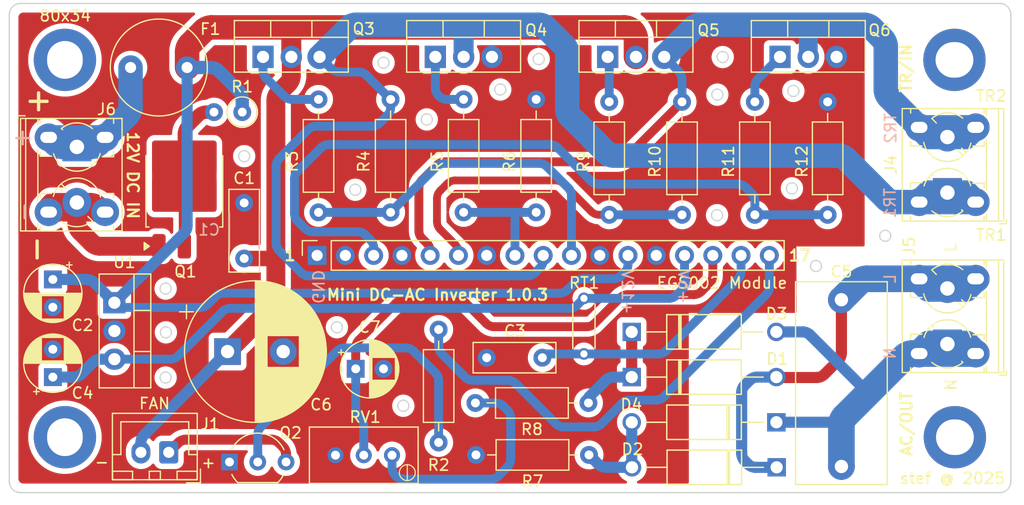
<source format=kicad_pcb>
(kicad_pcb (version 20240108) (generator "pcbnew") (generator_version "8.0")
  (title_block (title "Mini DC-AC Inverter") (date "2025-02-25") (rev "1.0.3") (comment 1 "Thanks to Ammar for the basics"))
  (layers (0 "F.Cu" signal) (31 "B.Cu" signal) (34 "B.Paste" user) (35 "F.Paste" user) (36 "B.SilkS" user "B.Silkscreen") (37 "F.SilkS" user "F.Silkscreen") (38 "B.Mask" user) (39 "F.Mask" user) (44 "Edge.Cuts" user))
  (net 0 "")
  (net 1 "GND")
  (net 2 "+12V")
  (net 3 "Net-(J2-Pin_16)")
  (net 4 "+5V")
  (net 5 "N")
  (net 6 "L")
  (net 7 "VFB")
  (net 8 "Net-(D2-PadA)")
  (net 9 "Net-(D1-PadC)")
  (net 10 "Net-(Q2-C)")
  (net 11 "2LO")
  (net 12 "Net-(J2-Pin_17)")
  (net 13 "2HO")
  (net 14 "1HO")
  (net 15 "TR2")
  (net 16 "TR1")
  (net 17 "Net-(J6-Pin_2)")
  (net 18 "Net-(Q1-G)")
  (net 19 "Net-(Q2-B)")
  (net 20 "Net-(Q3-G)")
  (net 21 "Net-(Q4-G)")
  (net 22 "Net-(Q5-G)")
  (net 23 "Net-(Q6-G)")
  (net 24 "Net-(R8-Pad2)")
  (net 25 "1LO")
  (net 26 "Net-(J6-Pin_1)")
  (footprint "Package_TO_SOT_THT:TO-220-3_Vertical" (layer "F.Cu") (at 163.52 71.7405)
    (property "Reference" "Q6")
    (property "Value" "IRF3205")
  )
  (footprint "Package_TO_SOT_SMD:TO-252-3_TabPin2" (layer "F.Cu") (at 109.988 83.733 90)
    (property "Reference" "Q1")
    (property "Value" "RM10N100LDV-T")
  )
  (footprint "External Libraries:FR207G" (layer "F.Cu") (at 156.718 108.6612 180)
    (property "Reference" "D2")
    (property "Value" "FR207G" (hide yes))
  )
  (footprint "Resistor_THT:R_Axial_DIN0207_L6.3mm_D2.5mm_P10.16mm_Horizontal" (layer "F.Cu") (at 128.524 85.725 90)
    (property "Reference" "R4")
    (property "Value" "10K")
  )
  (footprint "Resistor_THT:R_Axial_DIN0207_L6.3mm_D2.5mm_P10.16mm_Horizontal" (layer "F.Cu") (at 141.605 85.725 90)
    (property "Reference" "R6")
    (property "Value" "10K")
  )
  (footprint "Fuse:Fuse_Littelfuse_372_D8.50mm" (layer "F.Cu") (at 105.156 72.6948)
    (property "Reference" "F1")
    (property "Value" "5A")
  )
  (footprint "Resistor_THT:R_Axial_DIN0207_L6.3mm_D2.5mm_P10.16mm_Horizontal" (layer "F.Cu") (at 132.842 96.266 -90)
    (property "Reference" "R2")
    (property "Value" "1K")
  )
  (footprint "Resistor_THT:R_Axial_DIN0207_L6.3mm_D2.5mm_P10.16mm_Horizontal" (layer "F.Cu") (at 135.085714 85.725 90)
    (property "Reference" "R5")
    (property "Value" "10R")
  )
  (footprint "External Libraries:FR207G" (layer "F.Cu") (at 156.690035 100.5432)
    (property "Reference" "D1")
    (property "Value" "FR207G" (hide yes))
  )
  (footprint "Capacitor_THT:C_Rect_L7.2mm_W2.5mm_P5.00mm_FKS2_FKP2_MKS2_MKP2" (layer "F.Cu") (at 115.3668 89.876 90)
    (property "Reference" "C1")
    (property "Value" "0.1uF")
  )
  (footprint "Connector_JST:JST_XH_B2B-XH-A_1x02_P2.50mm_Vertical" (layer "F.Cu") (at 108.585 107.315 180)
    (property "Reference" "J1")
    (property "Value" "Fan")
  )
  (footprint "Package_TO_SOT_THT:TO-220-3_Vertical" (layer "F.Cu") (at 117.06 71.7405)
    (property "Reference" "Q3")
    (property "Value" "IRF3205")
  )
  (footprint "Connector_PinSocket_2.54mm:PinSocket_1x17_P2.54mm_Vertical" (layer "F.Cu") (at 121.92 89.6 90)
    (property "Reference" "J2" (hide yes))
    (property "Value" "EGS002 MODULE")
  )
  (footprint "External Libraries:FR207G" (layer "F.Cu") (at 156.695 104.6072 180)
    (property "Reference" "D4")
    (property "Value" "FR207G" (hide yes))
  )
  (footprint "Resistor_THT:R_Axial_DIN0207_L6.3mm_D2.5mm_P10.16mm_Horizontal" (layer "F.Cu") (at 146.3548 107.5436 180)
    (property "Reference" "R7")
    (property "Value" "100K")
  )
  (footprint "External Libraries:TerminalBlock_Phoenix_PT-1,5-2-5.0-H_1x02_P5.00mm_Horizontal_faston" (layer "F.Cu") (at 178.562 97.571246 90)
    (property "Reference" "J5")
    (property "Value" "AC/OUT")
  )
  (footprint "Resistor_THT:R_Axial_DIN0207_L6.3mm_D2.5mm_P10.16mm_Horizontal" (layer "F.Cu") (at 161.257142 75.7855 -90)
    (property "Reference" "R11")
    (property "Value" "10R")
  )
  (footprint "Resistor_THT:R_Axial_DIN0207_L6.3mm_D2.5mm_P10.16mm_Horizontal" (layer "F.Cu") (at 122.047 85.725 90)
    (property "Reference" "R3")
    (property "Value" "10R")
  )
  (footprint "MountingHole:MountingHole_3.2mm_M3_DIN965_Pad_TopBottom" (layer "F.Cu") (at 99.256984 72.009)
    (property "Reference" "H1")
    (property "Value" "MountingHole")
  )
  (footprint "Capacitor_THT:CP_Radial_D5.0mm_P2.50mm" (layer "F.Cu") (at 98.171 100.544 90)
    (property "Reference" "C4")
    (property "Value" "47uF 10V")
  )
  (footprint "Package_TO_SOT_THT:TO-92_Inline_Wide" (layer "F.Cu") (at 114.046 108.183)
    (property "Reference" "Q2")
    (property "Value" "S8050")
  )
  (footprint "Capacitor_THT:C_Rect_L18.0mm_W8.0mm_P15.00mm_FKS3_FKP3" (layer "F.Cu") (at 169.037 93.585 -90)
    (property "Reference" "C5")
    (property "Value" "2.2uF")
  )
  (footprint "Resistor_THT:R_Axial_DIN0207_L6.3mm_D2.5mm_P10.16mm_Horizontal" (layer "F.Cu") (at 146.304 102.87 180)
    (property "Reference" "R8")
    (property "Value" "100K")
  )
  (footprint "Package_TO_SOT_THT:TO-220-3_Vertical" (layer "F.Cu") (at 103.703 93.853 -90)
    (property "Reference" "U1")
    (property "Value" "LM7805_TO220")
  )
  (footprint "Package_TO_SOT_THT:TO-220-3_Vertical" (layer "F.Cu") (at 148.033332 71.7405)
    (property "Reference" "Q5")
    (property "Value" "IRF3205")
  )
  (footprint "Capacitor_THT:CP_Radial_D5.0mm_P2.50mm" (layer "F.Cu") (at 98.171 91.76 -90)
    (property "Reference" "C2")
    (property "Value" "10uF 16V")
  )
  (footprint "External Libraries:TerminalBlock_Phoenix_PT-1,5-2-5.0-H_1x02_P5.00mm_Horizontal_faston" (layer "F.Cu") (at 178.562 83.947 90)
    (property "Reference" "J4")
    (property "Value" "TR/IN")
  )
  (footprint "Resistor_THT:R_Axial_DIN0207_L6.3mm_D2.5mm_P10.16mm_Horizontal" (layer "F.Cu") (at 148.171428 75.7855 -90)
    (property "Reference" "R9")
    (property "Value" "10R")
  )
  (footprint "MountingHole:MountingHole_3.2mm_M3_DIN965_Pad_TopBottom" (layer "F.Cu") (at 179.197 72.009)
    (property "Reference" "H1")
    (property "Value" "MountingHole")
  )
  (footprint "External Libraries:FR207G" (layer "F.Cu") (at 156.690035 96.4792)
    (property "Reference" "D3")
    (property "Value" "FR207G" (hide yes))
  )
  (footprint "Package_TO_SOT_THT:TO-220-3_Vertical" (layer "F.Cu") (at 132.546666 71.7405)
    (property "Reference" "Q4")
    (property "Value" "IRF3205")
  )
  (footprint "Capacitor_THT:CP_Radial_D12.5mm_P5.00mm" (layer "F.Cu") (at 113.872 98.2472)
    (property "Reference" "C6")
    (property "Value" "2200uF 16V")
  )
  (footprint "External Libraries:TerminalBlock_Phoenix_PT-1,5-2-5.0-H_1x02_P5.00mm_Horizontal_faston" (layer "F.Cu") (at 100.33 79.836 -90)
    (property "Reference" "J6")
    (property "Value" "DC IN")
  )
  (footprint "Capacitor_THT:CP_Radial_D5.0mm_P2.50mm" (layer "F.Cu") (at 125.389 99.8)
    (property "Reference" "C7")
    (property "Value" "10uF 10V")
  )
  (footprint "External Libraries:THERM_NXRT15WB333JA3A016" (layer "F.Cu") (at 145.8976 95.9612 -90)
    (property "Reference" "RT1")
    (property "Value" "10K")
  )
  (footprint "Capacitor_THT:C_Rect_L7.2mm_W2.5mm_P5.00mm_FKS2_FKP2_MKS2_MKP2" (layer "F.Cu") (at 142.16 98.8 180)
    (property "Reference" "C3")
    (property "Value" "0.1uF")
  )
  (footprint "Resistor_THT:R_Axial_DIN0207_L6.3mm_D2.5mm_P10.16mm_Horizontal" (layer "F.Cu") (at 167.8 75.7855 -90)
    (property "Reference" "R12")
    (property "Value" "10K")
  )
  (footprint "Resistor_THT:R_Axial_DIN0207_L6.3mm_D2.5mm_P2.54mm_Vertical" (layer "F.Cu") (at 115.1926 76.708 180)
    (property "Reference" "R1")
    (property "Value" "1K")
  )
  (footprint "Resistor_THT:R_Axial_DIN0207_L6.3mm_D2.5mm_P10.16mm_Horizontal" (layer "F.Cu") (at 154.714285 75.7855 -90)
    (property "Reference" "R10")
    (property "Value" "10K")
  )
  (footprint "Potentiometer_THT:Potentiometer_Bourns_3296W_Vertical" (layer "F.Cu") (at 128.651 107.569)
    (property "Reference" "RV1")
    (property "Value" "10K")
  )
  (footprint "MountingHole:MountingHole_3.2mm_M3_DIN965_Pad_TopBottom" (layer "F.Cu") (at 99.256984 105.951)
    (property "Reference" "H1")
    (property "Value" "MountingHole")
  )
  (footprint "MountingHole:MountingHole_3.2mm_M3_DIN965_Pad_TopBottom" (layer "F.Cu") (at 179.237 105.951)
    (property "Reference" "H1")
    (property "Value" "MountingHole")
  )
  (gr_line (start 116.713 85.7885) (end 116.713 88.9635) (stroke (width 0.12)) (layer "B.SilkS"))
  (gr_line (start 114.046 85.7885) (end 114.046 88.9635) (stroke (width 0.12)) (layer "B.SilkS"))
  (gr_circle (center 123.698 96.0628) (end 124.198 96.0628) (stroke (width 0.12)) (fill none) (layer "Edge.Cuts"))
  (gr_circle (center 157.861 85.979) (end 158.361 85.979) (stroke (width 0.12)) (fill none) (layer "Edge.Cuts"))
  (gr_circle (center 138.3792 74.676) (end 138.3792 74.176) (stroke (width 0.12)) (fill none) (layer "Edge.Cuts"))
  (gr_circle (center 131.7752 77.3684) (end 131.7752 76.8684) (stroke (width 0.12)) (fill none) (layer "Edge.Cuts"))
  (gr_circle (center 166.751 90.551) (end 167.251 90.551) (stroke (width 0.12)) (fill none) (layer "Edge.Cuts"))
  (gr_line (start 95.261 66.935) (end 183.261 66.935) (stroke (width 0.12)) (layer "Edge.Cuts"))
  (gr_arc (start 95.261 110.935) (mid 94.553893 110.642107) (end 94.261 109.935) (stroke (width 0.12)) (layer "Edge.Cuts"))
  (gr_circle (center 129.667 103.124) (end 130.167 103.124) (stroke (width 0.12)) (fill none) (layer "Edge.Cuts"))
  (gr_circle (center 164.719 74.803) (end 164.719 74.303) (stroke (width 0.12)) (fill none) (layer "Edge.Cuts"))
  (gr_circle (center 141.8336 71.9328) (end 141.8336 71.4328) (stroke (width 0.12)) (fill none) (layer "Edge.Cuts"))
  (gr_circle (center 164.592 83.566) (end 164.592 83.066) (stroke (width 0.12)) (fill none) (layer "Edge.Cuts"))
  (gr_line (start 184.261 67.935) (end 184.261 109.935) (stroke (width 0.12)) (layer "Edge.Cuts"))
  (gr_line (start 183.261 110.935) (end 95.261 110.935) (stroke (width 0.12)) (layer "Edge.Cuts"))
  (gr_arc (start 184.261 109.935) (mid 183.968106 110.642106) (end 183.261 110.935) (stroke (width 0.12)) (layer "Edge.Cuts"))
  (gr_circle (center 108.331 96.52) (end 108.831 96.52) (stroke (width 0.12)) (fill none) (layer "Edge.Cuts"))
  (gr_circle (center 108.3056 92.583) (end 108.8056 92.583) (stroke (width 0.12)) (fill none) (layer "Edge.Cuts"))
  (gr_circle (center 108.3056 100.584) (end 108.8056 100.584) (stroke (width 0.12)) (fill none) (layer "Edge.Cuts"))
  (gr_circle (center 172.974 87.8332) (end 173.474 87.8332) (stroke (width 0.12)) (fill none) (layer "Edge.Cuts"))
  (gr_circle (center 115.3668 80.6704) (end 115.8668 80.6704) (stroke (width 0.12)) (fill none) (layer "Edge.Cuts"))
  (gr_circle (center 158.369 71.755) (end 158.369 71.255) (stroke (width 0.12)) (fill none) (layer "Edge.Cuts"))
  (gr_arc (start 183.261 66.935) (mid 183.968106 67.227894) (end 184.261 67.935) (stroke (width 0.12)) (layer "Edge.Cuts"))
  (gr_arc (start 94.261 67.935) (mid 94.553893 67.227893) (end 95.261 66.935) (stroke (width 0.12)) (layer "Edge.Cuts"))
  (gr_line (start 94.261 109.935) (end 94.261 67.935) (stroke (width 0.12)) (layer "Edge.Cuts"))
  (gr_circle (center 157.8864 75.1332) (end 157.8864 74.6332) (stroke (width 0.12)) (fill none) (layer "Edge.Cuts"))
  (gr_circle (center 127.889 72.263) (end 127.889 71.763) (stroke (width 0.12)) (fill none) (layer "Edge.Cuts"))
  (gr_circle (center 125.349 83.693) (end 125.349 83.193) (stroke (width 0.12)) (fill none) (layer "Edge.Cuts"))
  (gr_text "-" (at 94.869 86.741 -90) (layer "B.SilkS") (effects (font (size 1.5 1.5) (thickness 0.2) (bold yes)) (justify left bottom mirror)))
  (gr_text "TR2" (at 174.0408 76.708 90) (layer "B.SilkS") (effects (font (size 1 1)) (justify left bottom mirror)))
  (gr_text "TR1" (at 173.99 83.439 90) (layer "B.SilkS") (effects (font (size 1 1)) (justify left bottom mirror)))
  (gr_text "L" (at 173.99 91.186 90) (layer "B.SilkS") (effects (font (size 1 1)) (justify left bottom mirror)))
  (gr_text "+12V" (at 149.225 94.996 270) (layer "B.SilkS") (effects (font (size 1 1)) (justify left bottom mirror)))
  (gr_text "GND" (at 121.412 94.043619 270) (layer "B.SilkS") (effects (font (size 1 1)) (justify left bottom mirror)))
  (gr_text "+" (at 96.52 79.8068 0) (layer "B.SilkS") (effects (font (size 1.5 1.5) (thickness 0.2) (bold yes)) (justify left bottom mirror)))
  (gr_text "N" (at 173.99 97.79 90) (layer "B.SilkS") (effects (font (size 1 1)) (justify left bottom mirror)))
  (gr_text "+5V" (at 154.305 94.043619 270) (layer "B.SilkS") (effects (font (size 1 1)) (justify left bottom mirror)))
  (gr_text "C1" (at 113.284 87.884 0) (layer "B.SilkS") (effects (font (size 1 1)) (justify left bottom mirror)))
  (gr_text "-" (at 101.854 108.7628 0) (layer "F.SilkS") (effects (font (size 1 1)) (justify left bottom)))
  (gr_text "stef @ 2025" (at 174.1932 110.236 0) (layer "F.SilkS") (effects (font (size 1 1)) (justify left bottom)))
  (gr_text "80x34" (at 96.8756 68.6308 0) (layer "F.SilkS") (effects (font (size 1 1)) (justify left bottom)))
  (gr_text "Mini DC-AC Inverter 1.0.3" (at 122.682 93.726 0) (layer "F.SilkS") (effects (font (size 1 1) (thickness 0.2)) (justify left bottom)))
  (gr_text "TR/IN" (at 175.4124 75.057 90) (layer "F.SilkS") (effects (font (size 1 1) (thickness 0.2)) (justify left bottom)))
  (gr_text "AC/OUT" (at 175.4632 107.7468 90) (layer "F.SilkS") (effects (font (size 1 1) (thickness 0.2)) (justify left bottom)))
  (gr_text "1" (at 118.872 90.17 0) (layer "F.SilkS") (effects (font (size 1 1) (thickness 0.2) (bold yes)) (justify left bottom)))
  (gr_text "17" (at 164.2 90.2 0) (layer "F.SilkS") (effects (font (size 1 1) (thickness 0.2) (bold yes)) (justify left bottom)))
  (gr_text "N" (at 179.4764 101.854 90) (layer "F.SilkS") (effects (font (size 1 1)) (justify left bottom)))
  (gr_text "TR1" (at 181.0512 88.3412 0) (layer "F.SilkS") (effects (font (size 1 1)) (justify left bottom)))
  (gr_text "+" (at 95.4532 76.7588 0) (layer "F.SilkS") (effects (font (size 2 2) (thickness 0.3)) (justify left bottom)))
  (gr_text "-" (at 95.737795 87.63 270) (layer "F.SilkS") (effects (font (size 2 2) (thickness 0.3)) (justify left bottom)))
  (gr_text "+" (at 111.435 108.815 0) (layer "F.SilkS") (effects (font (size 1 1)) (justify left bottom)))
  (gr_text "12V DC IN" (at 104.775 78.359 270) (layer "F.SilkS") (effects (font (size 1 1) (thickness 0.2)) (justify left bottom)))
  (gr_text "TR2" (at 181.0512 75.8444 0) (layer "F.SilkS") (effects (font (size 1 1)) (justify left bottom)))
  (gr_text "L" (at 179.4256 89.408 90) (layer "F.SilkS") (effects (font (size 1 1)) (justify left bottom)))
  (gr_text "EGS002 Module" (at 152.3492 92.6592 0) (layer "F.SilkS") (effects (font (size 1 1)) (justify left bottom)))
  (gr_text "FAN" (at 105.829048 103.505 0) (layer "F.SilkS") (effects (font (size 1 1)) (justify left bottom)))
  (segment (start 149.519118 69.088) (end 112.428214 69.088) (width 2.2) (layer "F.Cu") (net 2))
  (segment (start 118.1716 89.876) (end 115.3668 89.876) (width 1.4) (layer "F.Cu") (net 2))
  (segment (start 118.2116 89.916) (end 118.2116 93.493386) (width 1.7) (layer "F.Cu") (net 2))
  (segment (start 150.573332 71.7405) (end 150.573332 70.142214) (width 2.2) (layer "F.Cu") (net 2))
  (segment (start 117.918707 94.200493) (end 113.872 98.2472) (width 1.7) (layer "F.Cu") (net 2))
  (segment (start 119.6 71.7405) (end 119.6 73.432186) (width 1.7) (layer "F.Cu") (net 2))
  (segment (start 111.721107 69.380893) (end 110.528893 70.573107) (width 2.2) (layer "F.Cu") (net 2))
  (segment (start 110.236 71.280214) (end 110.236 72.6948) (width 2.2) (layer "F.Cu") (net 2))
  (segment (start 118.2116 75.649014) (end 118.2116 89.916) (width 1.7) (layer "F.Cu") (net 2))
  (segment (start 118.2116 89.916) (end 118.1716 89.876) (width 1.4) (layer "F.Cu") (net 2))
  (segment (start 119.307107 74.139293) (end 118.504493 74.941907) (width 1.7) (layer "F.Cu") (net 2))
  (segment (start 150.280439 69.435107) (end 150.226225 69.380893) (width 2.2) (layer "F.Cu") (net 2))
  (segment (start 119.6 68.9555) (end 119.6 71.7405) (width 1.8) (layer "F.Cu") (net 2))
  (arc (start 150.280439 69.435107) (mid 150.497212 69.75953) (end 150.573332 70.142214) (width 2.2) (layer "F.Cu") (net 2))
  (arc (start 119.307107 74.139293) (mid 119.52388 73.81487) (end 119.6 73.432186) (width 1.7) (layer "F.Cu") (net 2))
  (arc (start 118.2116 75.649014) (mid 118.28772 75.266331) (end 118.504493 74.941907) (width 1.7) (layer "F.Cu") (net 2))
  (arc (start 110.528893 70.573107) (mid 110.31212 70.89753) (end 110.236 71.280214) (width 2.2) (layer "F.Cu") (net 2))
  (arc (start 149.519118 69.088) (mid 149.901801 69.16412) (end 150.226225 69.380893) (width 2.2) (layer "F.Cu") (net 2))
  (arc (start 111.721107 69.380893) (mid 112.04553 69.16412) (end 112.428214 69.088) (width 2.2) (layer "F.Cu") (net 2))
  (arc (start 117.918707 94.200493) (mid 118.13548 93.87607) (end 118.2116 93.493386) (width 1.7) (layer "F.Cu") (net 2))
  (segment (start 110.236 72.6948) (end 110.236 86.905786) (width 1) (layer "B.Cu") (net 2))
  (segment (start 110.236 72.6948) (end 112.361786 72.6948) (width 1.2) (layer "B.Cu") (net 2))
  (segment (start 101.195786 91.76) (end 98.171 91.76) (width 1) (layer "B.Cu") (net 2))
  (segment (start 149.263893 91.401107) (end 149.567107 91.097893) (width 0.8) (layer "B.Cu") (net 2))
  (segment (start 112.101402 93.986384) (end 112.799684 93.288102) (width 0.8) (layer "B.Cu") (net 2))
  (segment (start 144.406684 92.702316) (end 145.122107 91.986893) (width 0.8) (layer "B.Cu") (net 2))
  (segment (start 106.377893 105.741307) (end 113.618 98.5012) (width 1) (layer "B.Cu") (net 2))
  (segment (start 113.506791 92.995209) (end 143.699577 92.995209) (width 0.8) (layer "B.Cu") (net 2))
  (segment (start 145.829214 91.694) (end 148.556786 91.694) (width 0.8) (layer "B.Cu") (net 2))
  (segment (start 103.703 93.853) (end 101.902893 92.052893) (width 1) (layer "B.Cu") (net 2))
  (segment (start 104.129277 94.279277) (end 111.394295 94.279277) (width 0.8) (layer "B.Cu") (net 2))
  (segment (start 149.86 90.390786) (end 149.86 89.6) (width 0.8) (layer "B.Cu") (net 2))
  (segment (start 113.068893 72.987693) (end 114.899707 74.818507) (width 1.2) (layer "B.Cu") (net 2))
  (segment (start 106.085 107.315) (end 106.085 106.448414) (width 1) (layer "B.Cu") (net 2))
  (segment (start 115.1926 75.525614) (end 115.1926 76.708) (width 1.2) (layer "B.Cu") (net 2))
  (segment (start 109.943107 87.612893) (end 103.703 93.853) (width 1) (layer "B.Cu") (net 2))
  (arc (start 149.567107 91.097893) (mid 149.78388 90.77347) (end 149.86 90.390786) (width 0.8) (layer "B.Cu") (net 2))
  (arc (start 109.943107 87.612893) (mid 110.15988 87.28847) (end 110.236 86.905786) (width 1) (layer "B.Cu") (net 2))
  (arc (start 106.377893 105.741307) (mid 106.16112 106.06573) (end 106.085 106.448414) (width 1) (layer "B.Cu") (net 2))
  (arc (start 143.699577 92.995209) (mid 144.08226 92.919089) (end 144.406684 92.702316) (width 0.8) (layer "B.Cu") (net 2))
  (arc (start 149.263893 91.401107) (mid 148.93947 91.61788) (end 148.556786 91.694) (width 0.8) (layer "B.Cu") (net 2))
  (arc (start 111.394295 94.279277) (mid 111.776978 94.203157) (end 112.101402 93.986384) (width 0.8) (layer "B.Cu") (net 2))
  (arc (start 145.829214 91.694) (mid 145.446531 91.77012) (end 145.122107 91.986893) (width 0.8) (layer "B.Cu") (net 2))
  (arc (start 112.361786 72.6948) (mid 112.744469 72.77092) (end 113.068893 72.987693) (width 1.2) (layer "B.Cu") (net 2))
  (arc (start 101.195786 91.76) (mid 101.578469 91.83612) (end 101.902893 92.052893) (width 1) (layer "B.Cu") (net 2))
  (arc (start 113.506791 92.995209) (mid 113.124108 93.071329) (end 112.799684 93.288102) (width 0.8) (layer "B.Cu") (net 2))
  (arc (start 114.899707 74.818507) (mid 115.11648 75.14293) (end 115.1926 75.525614) (width 1.2) (layer "B.Cu") (net 2))
  (segment (start 142.4988 98.4612) (end 145.8976 98.4612) (width 0.8) (layer "B.Cu") (net 3))
  (segment (start 153.291693 98.168307) (end 159.727107 91.732893) (width 0.8) (layer "B.Cu") (net 3))
  (segment (start 145.8976 98.4612) (end 152.584586 98.4612) (width 0.8) (layer "B.Cu") (net 3))
  (segment (start 160.02 91.025786) (end 160.02 89.6) (width 0.8) (layer "B.Cu") (net 3))
  (arc (start 153.291693 98.168307) (mid 152.96727 98.38508) (end 152.584586 98.4612) (width 0.8) (layer "B.Cu") (net 3))
  (arc (start 160.02 91.025786) (mid 159.94388 91.408469) (end 159.727107 91.732893) (width 0.8) (layer "B.Cu") (net 3))
  (segment (start 153.520586 93.4612) (end 145.8976 93.4612) (width 0.8) (layer "B.Cu") (net 4))
  (segment (start 154.94 89.6) (end 154.94 92.041786) (width 0.8) (layer "B.Cu") (net 4))
  (segment (start 100.041786 100.544) (end 98.171 100.544) (width 1) (layer "B.Cu") (net 4))
  (segment (start 145.290693 94.068107) (end 145.8976 93.4612) (width 0.8) (layer "B.Cu") (net 4))
  (segment (start 103.703 98.933) (end 108.729586 98.933) (width 0.8) (layer "B.Cu") (net 4))
  (segment (start 154.647107 92.748893) (end 154.227693 93.168307) (width 0.8) (layer "B.Cu") (net 4))
  (segment (start 103.703 98.933) (end 102.481214 98.933) (width 1) (layer "B.Cu") (net 4))
  (segment (start 109.436693 98.640107) (end 113.422907 94.653893) (width 0.8) (layer "B.Cu") (net 4))
  (segment (start 114.130014 94.361) (end 144.583586 94.361) (width 0.8) (layer "B.Cu") (net 4))
  (segment (start 101.774107 99.225893) (end 100.748893 100.251107) (width 1) (layer "B.Cu") (net 4))
  (arc (start 108.729586 98.933) (mid 109.112269 98.85688) (end 109.436693 98.640107) (width 0.8) (layer "B.Cu") (net 4))
  (arc (start 113.422907 94.653893) (mid 113.74733 94.43712) (end 114.130014 94.361) (width 0.8) (layer "B.Cu") (net 4))
  (arc (start 145.290693 94.068107) (mid 144.96627 94.28488) (end 144.583586 94.361) (width 0.8) (layer "B.Cu") (net 4))
  (arc (start 102.481214 98.933) (mid 102.098531 99.00912) (end 101.774107 99.225893) (width 1) (layer "B.Cu") (net 4))
  (arc (start 154.647107 92.748893) (mid 154.86388 92.42447) (end 154.94 92.041786) (width 0.8) (layer "B.Cu") (net 4))
  (arc (start 153.520586 93.4612) (mid 153.903269 93.38508) (end 154.227693 93.168307) (width 0.8) (layer "B.Cu") (net 4))
  (arc (start 100.041786 100.544) (mid 100.424469 100.46788) (end 100.748893 100.251107) (width 1) (layer "B.Cu") (net 4))
  (segment (start 166.241093 96.772093) (end 171.45 101.981) (width 1) (layer "B.Cu") (net 5))
  (segment (start 176.022 98.425) (end 181.102 98.425) (width 2.4) (layer "B.Cu") (net 5))
  (segment (start 178.562 97.571246) (end 180.248246 97.571246) (width 2.4) (layer "B.Cu") (net 5))
  (segment (start 174.713107 98.717893) (end 169.329893 104.101107) (width 2.4) (layer "B.Cu") (net 5))
  (segment (start 180.248246 97.571246) (end 181.102 98.425) (width 2.4) (layer "B.Cu") (net 5))
  (segment (start 163.190684 96.479849) (end 165.612637 96.479849) (width 1) (layer "B.Cu") (net 5))
  (segment (start 176.022 98.425) (end 175.420214 98.425) (width 2.4) (layer "B.Cu") (net 5))
  (segment (start 178.562 97.571246) (end 176.875754 97.571246) (width 2.4) (layer "B.Cu") (net 5))
  (segment (start 169.2302 104.6072) (end 163.195 104.6072) (width 1) (layer "B.Cu") (net 5))
  (segment (start 176.875754 97.571246) (end 176.022 98.425) (width 2.4) (layer "B.Cu") (net 5))
  (segment (start 169.037 104.808214) (end 169.037 108.585) (width 2.4) (layer "B.Cu") (net 5))
  (arc (start 175.420214 98.425) (mid 175.037531 98.50112) (end 174.713107 98.717893) (width 2.4) (layer "B.Cu") (net 5))
  (arc (start 165.612637 96.479849) (mid 165.952645 96.571061) (end 166.241093 96.772093) (width 1) (layer "B.Cu") (net 5))
  (arc (start 169.329893 104.101107) (mid 169.11312 104.425531) (end 169.037 104.808214) (width 2.4) (layer "B.Cu") (net 5))
  (segment (start 168.744107 99.055893) (end 167.508893 100.291107) (width 1) (layer "F.Cu") (net 6))
  (segment (start 169.037 93.585) (end 169.037 98.348786) (width 1) (layer "F.Cu") (net 6))
  (segment (start 166.801786 100.584) (end 163.230835 100.584) (width 1) (layer "F.Cu") (net 6))
  (arc (start 167.508893 100.291107) (mid 167.18447 100.50788) (end 166.801786 100.584) (width 1) (layer "F.Cu") (net 6))
  (arc (start 169.037 98.348786) (mid 168.96088 98.73147) (end 168.744107 99.055893) (width 1) (layer "F.Cu") (net 6))
  (segment (start 178.562 92.571246) (end 180.234106 92.571246) (width 2.4) (layer "B.Cu") (net 6))
  (segment (start 180.234106 92.571246) (end 181.102 91.703352) (width 2.4) (layer "B.Cu") (net 6))
  (segment (start 176.889894 92.571246) (end 176.022 91.703352) (width 2.4) (layer "B.Cu") (net 6))
  (segment (start 163.190035 100.5432) (end 161.491014 100.5432) (width 1) (layer "B.Cu") (net 6))
  (segment (start 176.022 91.703352) (end 171.332862 91.703352) (width 2.4) (layer "B.Cu") (net 6))
  (segment (start 160.363693 108.090493) (end 160.641507 108.368307) (width 1) (layer "B.Cu") (net 6))
  (segment (start 160.783907 100.836093) (end 160.363693 101.256307) (width 1) (layer "B.Cu") (net 6))
  (segment (start 178.562 92.571246) (end 176.889894 92.571246) (width 2.4) (layer "B.Cu") (net 6))
  (segment (start 161.348614 108.6612) (end 163.218 108.6612) (width 1) (layer "B.Cu") (net 6))
  (segment (start 170.625755 91.996245) (end 169.037 93.585) (width 2.4) (layer "B.Cu") (net 6))
  (segment (start 160.0708 101.963414) (end 160.0708 107.383386) (width 1) (layer "B.Cu") (net 6))
  (segment (start 176.022 91.703352) (end 181.102 91.703352) (width 2.4) (layer "B.Cu") (net 6))
  (arc (start 160.783907 100.836093) (mid 161.10833 100.61932) (end 161.491014 100.5432) (width 1) (layer "B.Cu") (net 6))
  (arc (start 160.641507 108.368307) (mid 160.96593 108.58508) (end 161.348614 108.6612) (width 1) (layer "B.Cu") (net 6))
  (arc (start 160.0708 107.383386) (mid 160.14692 107.766069) (end 160.363693 108.090493) (width 1) (layer "B.Cu") (net 6))
  (arc (start 160.363693 101.256307) (mid 160.14692 101.58073) (end 160.0708 101.963414) (width 1) (layer "B.Cu") (net 6))
  (arc (start 170.625755 91.996245) (mid 170.950178 91.779472) (end 171.332862 91.703352) (width 2.4) (layer "B.Cu") (net 6))
  (segment (start 157.48 89.6) (end 157.48 91.406786) (width 0.8) (layer "F.Cu") (net 7))
  (segment (start 137.121107 95.719107) (end 135.293893 93.891893) (width 0.8) (layer "F.Cu") (net 7))
  (segment (start 149.155107 93.414893) (end 146.850893 95.719107) (width 0.8) (layer "F.Cu") (net 7))
  (segment (start 157.187107 92.113893) (end 156.471893 92.829107) (width 0.8) (layer "F.Cu") (net 7))
  (segment (start 146.143786 96.012) (end 137.828214 96.012) (width 0.8) (layer "F.Cu") (net 7))
  (segment (start 155.764786 93.122) (end 149.862214 93.122) (width 0.8) (layer "F.Cu") (net 7))
  (segment (start 128.993107 93.891893) (end 125.681893 97.203107) (width 0.8) (layer "F.Cu") (net 7))
  (segment (start 134.586786 93.599) (end 129.700214 93.599) (width 0.8) (layer "F.Cu") (net 7))
  (segment (start 125.389 97.910214) (end 125.389 99.8) (width 0.8) (layer "F.Cu") (net 7))
  (arc (start 146.850893 95.719107) (mid 146.52647 95.93588) (end 146.143786 96.012) (width 0.8) (layer "F.Cu") (net 7))
  (arc (start 125.389 97.910214) (mid 125.46512 97.527531) (end 125.681893 97.203107) (width 0.8) (layer "F.Cu") (net 7))
  (arc (start 157.187107 92.113893) (mid 157.40388 91.78947) (end 157.48 91.406786) (width 0.8) (layer "F.Cu") (net 7))
  (arc (start 155.764786 93.122) (mid 156.147469 93.04588) (end 156.471893 92.829107) (width 0.8) (layer "F.Cu") (net 7))
  (arc (start 135.293893 93.891893) (mid 134.96947 93.67512) (end 134.586786 93.599) (width 0.8) (layer "F.Cu") (net 7))
  (arc (start 129.700214 93.599) (mid 129.317531 93.67512) (end 128.993107 93.891893) (width 0.8) (layer "F.Cu") (net 7))
  (arc (start 137.121107 95.719107) (mid 137.44553 95.93588) (end 137.828214 96.012) (width 0.8) (layer "F.Cu") (net 7))
  (arc (start 149.862214 93.122) (mid 149.479531 93.19812) (end 149.155107 93.414893) (width 0.8) (layer "F.Cu") (net 7))
  (segment (start 126.111 104.935214) (end 126.111 107.569) (width 0.8) (layer "B.Cu") (net 7))
  (segment (start 125.389 99.8) (end 125.389 103.384786) (width 0.8) (layer "B.Cu") (net 7))
  (segment (start 125.681893 104.091893) (end 125.818107 104.228107) (width 0.8) (layer "B.Cu") (net 7))
  (arc (start 125.389 103.384786) (mid 125.46512 103.767469) (end 125.681893 104.091893) (width 0.8) (layer "B.Cu") (net 7))
  (arc (start 126.111 104.935214) (mid 126.03488 104.552531) (end 125.818107 104.228107) (width 0.8) (layer "B.Cu") (net 7))
  (segment (start 147.179507 108.368307) (end 146.3548 107.5436) (width 1) (layer "B.Cu") (net 8))
  (segment (start 150.195 104.6072) (end 150.195 108.6382) (width 1) (layer "B.Cu") (net 8))
  (segment (start 150.218 108.6612) (end 147.886614 108.6612) (width 1) (layer "B.Cu") (net 8))
  (arc (start 147.886614 108.6612) (mid 147.503931 108.58508) (end 147.179507 108.368307) (width 1) (layer "B.Cu") (net 8))
  (segment (start 150.190035 100.5432) (end 150.190035 96.4792) (width 1) (layer "F.Cu") (net 9))
  (segment (start 146.3548 102.3366) (end 147.855307 100.836093) (width 1) (layer "B.Cu") (net 9))
  (segment (start 148.562414 100.5432) (end 150.190035 100.5432) (width 1) (layer "B.Cu") (net 9))
  (arc (start 148.562414 100.5432) (mid 148.179731 100.61932) (end 147.855307 100.836093) (width 1) (layer "B.Cu") (net 9))
  (segment (start 108.585 107.315) (end 109.435107 106.464893) (width 0.9) (layer "F.Cu") (net 10))
  (segment (start 119.126 107.500614) (end 119.126 108.183) (width 0.9) (layer "F.Cu") (net 10))
  (segment (start 118.504493 106.464893) (end 118.833107 106.793507) (width 0.9) (layer "F.Cu") (net 10))
  (segment (start 110.142214 106.172) (end 117.797386 106.172) (width 0.9) (layer "F.Cu") (net 10))
  (arc (start 110.142214 106.172) (mid 109.759531 106.24812) (end 109.435107 106.464893) (width 0.9) (layer "F.Cu") (net 10))
  (arc (start 118.504493 106.464893) (mid 118.18007 106.24812) (end 117.797386 106.172) (width 0.9) (layer "F.Cu") (net 10))
  (arc (start 119.126 107.500614) (mid 119.04988 107.117931) (end 118.833107 106.793507) (width 0.9) (layer "F.Cu") (net 10))
  (segment (start 141.605 85.725) (end 135.085714 85.725) (width 0.8) (layer "B.Cu") (net 11))
  (segment (start 139.7 89.6) (end 139.7 85.725) (width 0.8) (layer "B.Cu") (net 11))
  (segment (start 135.216107 100.545107) (end 133.134893 98.463893) (width 0.8) (layer "B.Cu") (net 12))
  (segment (start 139.065 100.838) (end 135.923214 100.838) (width 0.8) (layer "B.Cu") (net 12))
  (segment (start 132.842 97.756786) (end 132.842 96.266) (width 0.8) (layer "B.Cu") (net 12))
  (segment (start 162.56 89.6) (end 162.56 92.422786) (width 0.8) (layer "B.Cu") (net 12))
  (segment (start 143.377321 104.736107) (end 139.772107 101.130893) (width 0.8) (layer "B.Cu") (net 12))
  (segment (start 149.313918 102.908082) (end 147.485893 104.736107) (width 0.8) (layer "B.Cu") (net 12))
  (segment (start 146.778786 105.029) (end 144.084428 105.029) (width 0.8) (layer "B.Cu") (net 12))
  (segment (start 162.267107 93.129893) (end 153.073893 102.323107) (width 0.8) (layer "B.Cu") (net 12))
  (segment (start 152.445424 102.615189) (end 150.021025 102.615189) (width 0.8) (layer "B.Cu") (net 12))
  (arc (start 139.065 100.838) (mid 139.447683 100.91412) (end 139.772107 101.130893) (width 0.8) (layer "B.Cu") (net 12))
  (arc (start 147.485893 104.736107) (mid 147.16147 104.95288) (end 146.778786 105.029) (width 0.8) (layer "B.Cu") (net 12))
  (arc (start 144.084428 105.029) (mid 143.701744 104.95288) (end 143.377321 104.736107) (width 0.8) (layer "B.Cu") (net 12))
  (arc (start 162.56 92.422786) (mid 162.48388 92.80547) (end 162.267107 93.129893) (width 0.8) (layer "B.Cu") (net 12))
  (arc (start 135.923214 100.838) (mid 135.540531 100.76188) (end 135.216107 100.545107) (width 0.8) (layer "B.Cu") (net 12))
  (arc (start 153.073893 102.323107) (mid 152.785445 102.524139) (end 152.445424 102.615189) (width 0.8) (layer "B.Cu") (net 12))
  (arc (start 133.134893 98.463893) (mid 132.91812 98.13947) (end 132.842 97.756786) (width 0.8) (layer "B.Cu") (net 12))
  (arc (start 150.021025 102.615189) (mid 149.638342 102.691309) (end 149.313918 102.908082) (width 0.8) (layer "B.Cu") (net 12))
  (segment (start 132.63859 81.61041) (end 128.524 85.725) (width 0.8) (layer "B.Cu") (net 13))
  (segment (start 144.78 89.6) (end 144.78 84.234214) (width 0.8) (layer "B.Cu") (net 13))
  (segment (start 122.047 85.725) (end 128.524 85.725) (width 0.8) (layer "B.Cu") (net 13))
  (segment (start 141.863303 81.317517) (end 133.345697 81.317517) (width 0.8) (layer "B.Cu") (net 13))
  (segment (start 144.487107 83.527107) (end 142.57041 81.61041) (width 0.8) (layer "B.Cu") (net 13))
  (arc (start 141.863303 81.317517) (mid 142.245986 81.393637) (end 142.57041 81.61041) (width 0.8) (layer "B.Cu") (net 13))
  (arc (start 133.345697 81.317517) (mid 132.963014 81.393637) (end 132.63859 81.61041) (width 0.8) (layer "B.Cu") (net 13))
  (arc (start 144.78 84.234214) (mid 144.70388 83.851531) (end 144.487107 83.527107) (width 0.8) (layer "B.Cu") (net 13))
  (segment (start 148.171428 85.9455) (end 147.268914 85.9455) (width 0.7) (layer "F.Cu") (net 14))
  (segment (start 143.349786 82.8548) (end 134.323014 82.8548) (width 0.7) (layer "F.Cu") (net 14))
  (segment (start 133.615907 83.147693) (end 132.982493 83.781107) (width 0.7) (layer "F.Cu") (net 14))
  (segment (start 132.6896 84.488214) (end 132.6896 86.555386) (width 0.7) (layer "F.Cu") (net 14))
  (segment (start 146.561807 85.652607) (end 144.056893 83.147693) (width 0.7) (layer "F.Cu") (net 14))
  (segment (start 132.982493 87.262493) (end 134.327107 88.607107) (width 0.7) (layer "F.Cu") (net 14))
  (arc (start 146.561807 85.652607) (mid 146.88623 85.86938) (end 147.268914 85.9455) (width 0.7) (layer "F.Cu") (net 14))
  (arc (start 132.6896 84.488214) (mid 132.76572 84.105531) (end 132.982493 83.781107) (width 0.7) (layer "F.Cu") (net 14))
  (arc (start 134.323014 82.8548) (mid 133.940331 82.93092) (end 133.615907 83.147693) (width 0.7) (layer "F.Cu") (net 14))
  (arc (start 132.982493 87.262493) (mid 132.76572 86.93807) (end 132.6896 86.555386) (width 0.7) (layer "F.Cu") (net 14))
  (arc (start 134.327107 88.607107) (mid 134.54388 88.93153) (end 134.62 89.314214) (width 0.7) (layer "F.Cu") (net 14))
  (arc (start 143.349786 82.8548) (mid 143.732469 82.93092) (end 144.056893 83.147693) (width 0.7) (layer "F.Cu") (net 14))
  (segment (start 154.714285 85.9455) (end 148.171428 85.9455) (width 0.8) (layer "B.Cu") (net 14))
  (segment (start 131.064 87.368186) (end 131.064 83.523014) (width 0.8) (layer "F.Cu") (net 15))
  (segment (start 149.614278 80.885507) (end 154.714285 75.7855) (width 0.8) (layer "F.Cu") (net 15))
  (segment (start 131.356893 82.815907) (end 132.701507 81.471293) (width 0.8) (layer "F.Cu") (net 15))
  (segment (start 131.787107 88.505507) (end 131.356893 88.075293) (width 0.8) (layer "F.Cu") (net 15))
  (segment (start 133.408614 81.1784) (end 148.907171 81.1784) (width 0.8) (layer "F.Cu") (net 15))
  (arc (start 131.356893 82.815907) (mid 131.14012 83.14033) (end 131.064 83.523014) (width 0.8) (layer "F.Cu") (net 15))
  (arc (start 131.064 87.368186) (mid 131.14012 87.750869) (end 131.356893 88.075293) (width 0.8) (layer "F.Cu") (net 15))
  (arc (start 132.08 89.212614) (mid 132.00388 88.829931) (end 131.787107 88.505507) (width 0.8) (layer "F.Cu") (net 15))
  (arc (start 148.907171 81.1784) (mid 149.289854 81.10228) (end 149.614278 80.885507) (width 0.8) (layer "F.Cu") (net 15))
  (arc (start 133.408614 81.1784) (mid 133.025931 81.25452) (end 132.701507 81.471293) (width 0.8) (layer "F.Cu") (net 15))
  (segment (start 171.050786 68.849) (end 156.419046 68.849) (width 2.2) (layer "B.Cu") (net 15))
  (segment (start 173.0248 74.667692) (end 173.0248 70.823014) (width 2.2) (layer "B.Cu") (net 15))
  (segment (start 153.113332 71.7405) (end 154.421392 73.04856) (width 0.8) (layer "B.Cu") (net 15))
  (segment (start 178.562 78.947) (end 180.234106 78.947) (width 2.2) (layer "B.Cu") (net 15))
  (segment (start 154.714285 73.755667) (end 154.714285 75.7855) (width 0.8) (layer "B.Cu") (net 15))
  (segment (start 178.562 78.947) (end 176.889894 78.947) (width 2.2) (layer "B.Cu") (net 15))
  (segment (start 180.234106 78.947) (end 181.102 78.079106) (width 2.2) (layer "B.Cu") (net 15))
  (segment (start 155.711939 69.141893) (end 153.113332 71.7405) (width 2.2) (layer "B.Cu") (net 15))
  (segment (start 172.731907 70.115907) (end 171.757893 69.141893) (width 2.2) (layer "B.Cu") (net 15))
  (segment (start 176.889894 78.947) (end 176.022 78.079106) (width 2.2) (layer "B.Cu") (net 15))
  (segment (start 176.022 78.079106) (end 181.102 78.079106) (width 2.2) (layer "B.Cu") (net 15))
  (segment (start 176.022 78.079106) (end 173.317693 75.374799) (width 2.2) (layer "B.Cu") (net 15))
  (segment (start 166.06 69.7405) (end 166.06 71.7405) (width 1.7) (layer "B.Cu") (net 15))
  (arc (start 173.317693 75.374799) (mid 173.10092 75.050376) (end 173.0248 74.667692) (width 2.2) (layer "B.Cu") (net 15))
  (arc (start 173.0248 70.823014) (mid 172.94868 70.44033) (end 172.731907 70.115907) (width 2.2) (layer "B.Cu") (net 15))
  (arc (start 154.421392 73.04856) (mid 154.638165 73.372983) (end 154.714285 73.755667) (width 0.8) (layer "B.Cu") (net 15))
  (arc (start 156.419046 68.849) (mid 156.036362 68.92512) (end 155.711939 69.141893) (width 2.2) (layer "B.Cu") (net 15))
  (arc (start 171.757893 69.141893) (mid 171.43347 68.92512) (end 171.050786 68.849) (width 2.2) (layer "B.Cu") (net 15))
  (segment (start 125.445714 68.849) (end 141.825072 68.849) (width 2.2) (layer "B.Cu") (net 16))
  (segment (start 144.692893 77.128893) (end 147.890707 80.326707) (width 2.2) (layer "B.Cu") (net 16))
  (segment (start 128.231107 77.000893) (end 127.546893 77.685107) (width 0.8) (layer "B.Cu") (net 16))
  (segment (start 178.562 83.947) (end 180.248246 83.947) (width 2.2) (layer "B.Cu") (net 16))
  (segment (start 142.532179 69.141893) (end 144.107107 70.716821) (width 2.2) (layer "B.Cu") (net 16))
  (segment (start 135.086666 71.7405) (end 135.086666 69.708834) (width 1.8) (layer "B.Cu") (net 16))
  (segment (start 121.119107 78.270893) (end 118.529893 80.860107) (width 0.8) (layer "B.Cu") (net 16))
  (segment (start 128.524 75.565) (end 128.524 76.293786) (width 0.8) (layer "B.Cu") (net 16))
  (segment (start 144.4 71.423928) (end 144.4 76.421786) (width 2.2) (layer "B.Cu") (net 16))
  (segment (start 176.875754 83.947) (end 176.022 84.800754) (width 2.2) (layer "B.Cu") (net 16))
  (segment (start 148.597814 80.6196) (end 168.749786 80.6196) (width 2.2) (layer "B.Cu") (net 16))
  (segment (start 118.529893 89.192893) (end 120.484107 91.147107) (width 0.8) (layer "B.Cu") (net 16))
  (segment (start 118.237 81.567214) (end 118.237 88.485786) (width 0.8) (layer "B.Cu") (net 16))
  (segment (start 121.191214 91.44) (end 140.809786 91.44) (width 0.8) (layer "B.Cu") (net 16))
  (segment (start 176.022 84.800754) (end 181.102 84.800754) (width 2.2) (layer "B.Cu") (net 16))
  (segment (start 173.759368 84.800754) (end 176.022 84.800754) (width 2.2) (layer "B.Cu") (net 16))
  (segment (start 126.839786 77.978) (end 121.826214 77.978) (width 0.8) (layer "B.Cu") (net 16))
  (segment (start 180.248246 83.947) (end 181.102 84.800754) (width 2.2) (layer "B.Cu") (net 16))
  (segment (start 128.524 75.565) (end 126.353093 73.394093) (width 0.8) (layer "B.Cu") (net 16))
  (segment (start 122.14 71.7405) (end 124.738607 69.141893) (width 2.2) (layer "B.Cu") (net 16))
  (segment (start 169.456893 80.912493) (end 173.052261 84.507861) (width 2.2) (layer "B.Cu") (net 16))
  (segment (start 141.516893 91.147107) (end 141.947107 90.716893) (width 0.8) (layer "B.Cu") (net 16))
  (segment (start 125.645986 73.1012) (end 123.914914 73.1012) (width 0.8) (layer "B.Cu") (net 16))
  (segment (start 178.562 83.947) (end 176.875754 83.947) (width 2.2) (layer "B.Cu") (net 16))
  (segment (start 123.207807 72.808307) (end 122.14 71.7405) (width 0.8) (layer "B.Cu") (net 16))
  (arc (start 128.524 76.293786) (mid 128.44788 76.676469) (end 128.231107 77.000893) (width 0.8) (layer "B.Cu") (net 16))
  (arc (start 168.749786 80.6196) (mid 169.132469 80.69572) (end 169.456893 80.912493) (width 2.2) (layer "B.Cu") (net 16))
  (arc (start 173.052261 84.507861) (mid 173.376684 84.724634) (end 173.759368 84.800754) (width 2.2) (layer "B.Cu") (net 16))
  (arc (start 121.191214 91.44) (mid 120.808531 91.36388) (end 120.484107 91.147107) (width 0.8) (layer "B.Cu") (net 16))
  (arc (start 147.890707 80.326707) (mid 148.21513 80.54348) (end 148.597814 80.6196) (width 2.2) (layer "B.Cu") (net 16))
  (arc (start 124.738607 69.141893) (mid 125.063031 68.92512) (end 125.445714 68.849) (width 2.2) (layer "B.Cu") (net 16))
  (arc (start 121.826214 77.978) (mid 121.443531 78.05412) (end 121.119107 78.270893) (width 0.8) (layer "B.Cu") (net 16))
  (arc (start 123.207807 72.808307) (mid 123.53223 73.02508) (end 123.914914 73.1012) (width 0.8) (layer "B.Cu") (net 16))
  (arc (start 144.107107 70.716821) (mid 144.32388 71.041245) (end 144.4 71.423928) (width 2.2) (layer "B.Cu") (net 16))
  (arc (start 141.516893 91.147107) (mid 141.19247 91.36388) (end 140.809786 91.44) (width 0.8) (layer "B.Cu") (net 16))
  (arc (start 118.529893 89.192893) (mid 118.31312 88.86847) (end 118.237 88.485786) (width 0.8) (layer "B.Cu") (net 16))
  (arc (start 127.546893 77.685107) (mid 127.22247 77.90188) (end 126.839786 77.978) (width 0.8) (layer "B.Cu") (net 16))
  (arc (start 142.24 90.009786) (mid 142.16388 90.392469) (end 141.947107 90.716893) (width 0.8) (layer "B.Cu") (net 16))
  (arc (start 144.4 76.421786) (mid 144.47612 76.80447) (end 144.692893 77.128893) (width 2.2) (layer "B.Cu") (net 16))
  (arc (start 126.353093 73.394093) (mid 126.02867 73.17732) (end 125.645986 73.1012) (width 0.8) (layer "B.Cu") (net 16))
  (arc (start 118.529893 80.860107) (mid 118.31312 81.184531) (end 118.237 81.567214) (width 0.8) (layer "B.Cu") (net 16))
  (arc (start 141.825072 68.849) (mid 142.207755 68.92512) (end 142.532179 69.141893) (width 2.2) (layer "B.Cu") (net 16))
  (segment (start 100.33 86.707786) (end 100.33 84.836) (width 1.7) (layer "F.Cu") (net 17))
  (segment (start 102.294999 85.128893) (end 102.87 85.703894) (width 1.7) (layer "F.Cu") (net 17))
  (segment (start 97.79 85.09) (end 98.044 84.836) (width 1.7) (layer "F.Cu") (net 17))
  (segment (start 101.688107 88.480107) (end 100.622893 87.414893) (width 1.7) (layer "F.Cu") (net 17))
  (segment (start 100.33 84.836) (end 101.587892 84.836) (width 1.7) (layer "F.Cu") (net 17))
  (segment (start 107.442 88.773) (end 102.395214 88.773) (width 1.7) (layer "F.Cu") (net 17))
  (segment (start 98.044 84.836) (end 100.33 84.836) (width 1.7) (layer "F.Cu") (net 17))
  (segment (start 97.79 85.703894) (end 102.87 85.703894) (width 1.7) (layer "F.Cu") (net 17))
  (arc (start 100.33 86.707786) (mid 100.40612 87.090469) (end 100.622893 87.414893) (width 1.7) (layer "F.Cu") (net 17))
  (arc (start 102.395214 88.773) (mid 102.012531 88.69688) (end 101.688107 88.480107) (width 1.7) (layer "F.Cu") (net 17))
  (arc (start 101.587892 84.836) (mid 101.970575 84.91212) (end 102.294999 85.128893) (width 1.7) (layer "F.Cu") (net 17))
  (segment (start 109.988 78.691014) (end 109.988 79.273) (width 1.2) (layer "F.Cu") (net 18))
  (segment (start 109.988 88.773) (end 109.988 82.473) (width 1) (layer "F.Cu") (net 18))
  (segment (start 112.6526 76.708) (end 111.971014 76.708) (width 1.2) (layer "F.Cu") (net 18))
  (segment (start 111.263907 77.000893) (end 110.280893 77.983907) (width 1.2) (layer "F.Cu") (net 18))
  (arc (start 111.263907 77.000893) (mid 111.58833 76.78412) (end 111.971014 76.708) (width 1.2) (layer "F.Cu") (net 18))
  (arc (start 109.988 78.691014) (mid 110.06412 78.308331) (end 110.280893 77.983907) (width 1.2) (layer "F.Cu") (net 18))
  (segment (start 116.586 108.259) (end 116.586 105.730428) (width 0.8) (layer "B.Cu") (net 19))
  (segment (start 124.399428 97.917) (end 129.887786 97.917) (width 0.8) (layer "B.Cu") (net 19))
  (segment (start 130.594893 98.209893) (end 132.549107 100.164107) (width 0.8) (layer "B.Cu") (net 19))
  (segment (start 132.842 100.871214) (end 132.842 106.426) (width 0.8) (layer "B.Cu") (net 19))
  (segment (start 116.878893 105.023321) (end 123.692321 98.209893) (width 0.8) (layer "B.Cu") (net 19))
  (arc (start 124.399428 97.917) (mid 124.016745 97.99312) (end 123.692321 98.209893) (width 0.8) (layer "B.Cu") (net 19))
  (arc (start 116.586 105.730428) (mid 116.66212 105.347745) (end 116.878893 105.023321) (width 0.8) (layer "B.Cu") (net 19))
  (arc (start 132.549107 100.164107) (mid 132.76588 100.48853) (end 132.842 100.871214) (width 0.8) (layer "B.Cu") (net 19))
  (arc (start 130.594893 98.209893) (mid 130.27047 97.99312) (end 129.887786 97.917) (width 0.8) (layer "B.Cu") (net 19))
  (segment (start 117.352893 73.664893) (end 118.960107 75.272107) (width 0.8) (layer "B.Cu") (net 20))
  (segment (start 117.06 71.7405) (end 117.06 72.957786) (width 0.8) (layer "B.Cu") (net 20))
  (segment (start 119.667214 75.565) (end 122.047 75.565) (width 0.8) (layer "B.Cu") (net 20))
  (arc (start 117.06 72.957786) (mid 117.13612 73.340469) (end 117.352893 73.664893) (width 0.8) (layer "B.Cu") (net 20))
  (arc (start 118.960107 75.272107) (mid 119.28453 75.48888) (end 119.667214 75.565) (width 0.8) (layer "B.Cu") (net 20))
  (segment (start 132.876607 75.272107) (end 132.839559 75.235059) (width 0.8) (layer "B.Cu") (net 21))
  (segment (start 135.085714 75.565) (end 133.583714 75.565) (width 0.8) (layer "B.Cu") (net 21))
  (segment (start 132.546666 74.527952) (end 132.546666 71.7405) (width 0.8) (layer "B.Cu") (net 21))
  (arc (start 132.839559 75.235059) (mid 132.622786 74.910636) (end 132.546666 74.527952) (width 0.8) (layer "B.Cu") (net 21))
  (arc (start 132.876607 75.272107) (mid 133.20103 75.48888) (end 133.583714 75.565) (width 0.8) (layer "B.Cu") (net 21))
  (segment (start 148.171428 75.7855) (end 148.171428 71.878596) (width 0.8) (layer "B.Cu") (net 22))
  (segment (start 161.550035 73.710465) (end 163.52 71.7405) (width 0.8) (layer "B.Cu") (net 23))
  (segment (start 161.257142 75.7855) (end 161.257142 74.417572) (width 0.8) (layer "B.Cu") (net 23))
  (arc (start 161.550035 73.710465) (mid 161.333262 74.034888) (end 161.257142 74.417572) (width 0.8) (layer "B.Cu") (net 23))
  (segment (start 138.672093 103.162893) (end 139.026107 103.516907) (width 0.8) (layer "B.Cu") (net 24))
  (segment (start 136.144 102.87) (end 137.964986 102.87) (width 0.8) (layer "B.Cu") (net 24))
  (segment (start 137.514786 109.721) (end 129.693214 109.721) (width 0.8) (layer "B.Cu") (net 24))
  (segment (start 139.026107 108.623893) (end 138.221893 109.428107) (width 0.8) (layer "B.Cu") (net 24))
  (segment (start 139.319 104.224014) (end 139.319 107.916786) (width 0.8) (layer "B.Cu") (net 24))
  (segment (start 128.651 108.678786) (end 128.651 107.569) (width 0.8) (layer "B.Cu") (net 24))
  (segment (start 128.986107 109.428107) (end 128.943893 109.385893) (width 0.8) (layer "B.Cu") (net 24))
  (arc (start 128.943893 109.385893) (mid 128.72712 109.06147) (end 128.651 108.678786) (width 0.8) (layer "B.Cu") (net 24))
  (arc (start 137.964986 102.87) (mid 138.347669 102.94612) (end 138.672093 103.162893) (width 0.8) (layer "B.Cu") (net 24))
  (arc (start 128.986107 109.428107) (mid 129.31053 109.64488) (end 129.693214 109.721) (width 0.8) (layer "B.Cu") (net 24))
  (arc (start 139.319 107.916786) (mid 139.24288 108.299469) (end 139.026107 108.623893) (width 0.8) (layer "B.Cu") (net 24))
  (arc (start 138.221893 109.428107) (mid 137.89747 109.64488) (end 137.514786 109.721) (width 0.8) (layer "B.Cu") (net 24))
  (arc (start 139.026107 103.516907) (mid 139.24288 103.841331) (end 139.319 104.224014) (width 0.8) (layer "B.Cu") (net 24))
  (segment (start 160.439893 83.477893) (end 160.964249 84.002249) (width 0.8) (layer "B.Cu") (net 25))
  (segment (start 147.226214 83.185) (end 159.732786 83.185) (width 0.8) (layer "B.Cu") (net 25))
  (segment (start 120.180893 82.003107) (end 122.262107 79.921893) (width 0.8) (layer "B.Cu") (net 25))
  (segment (start 122.969214 79.629) (end 142.841786 79.629) (width 0.8) (layer "B.Cu") (net 25))
  (segment (start 143.548893 79.921893) (end 146.519107 82.892107) (width 0.8) (layer "B.Cu") (net 25))
  (segment (start 120.839707 87.184707) (end 120.180893 86.525893) (width 0.8) (layer "B.Cu") (net 25))
  (segment (start 119.888 85.818786) (end 119.888 82.710214) (width 0.8) (layer "B.Cu") (net 25))
  (segment (start 161.257142 85.9455) (end 167.8 85.9455) (width 0.8) (layer "B.Cu") (net 25))
  (segment (start 161.257142 84.709356) (end 161.257142 85.9455) (width 0.8) (layer "B.Cu") (net 25))
  (segment (start 125.569786 87.4776) (end 121.546814 87.4776) (width 0.8) (layer "B.Cu") (net 25))
  (segment (start 126.707107 88.200707) (end 126.276893 87.770493) (width 0.8) (layer "B.Cu") (net 25))
  (segment (start 127 89.6) (end 127 88.907814) (width 0.8) (layer "B.Cu") (net 25))
  (arc (start 126.276893 87.770493) (mid 125.95247 87.55372) (end 125.569786 87.4776) (width 0.8) (layer "B.Cu") (net 25))
  (arc (start 161.257142 84.709356) (mid 161.181022 84.326673) (end 160.964249 84.002249) (width 0.8) (layer "B.Cu") (net 25))
  (arc (start 120.839707 87.184707) (mid 121.16413 87.40148) (end 121.546814 87.4776) (width 0.8) (layer "B.Cu") (net 25))
  (arc (start 122.969214 79.629) (mid 122.586531 79.70512) (end 122.262107 79.921893) (width 0.8) (layer "B.Cu") (net 25))
  (arc (start 119.888 82.710214) (mid 119.96412 82.327531) (end 120.180893 82.003107) (width 0.8) (layer "B.Cu") (net 25))
  (arc (start 127 88.907814) (mid 126.92388 88.525131) (end 126.707107 88.200707) (width 0.8) (layer "B.Cu") (net 25))
  (arc (start 120.180893 86.525893) (mid 119.96412 86.20147) (end 119.888 85.818786) (width 0.8) (layer "B.Cu") (net 25))
  (arc (start 143.548893 79.921893) (mid 143.22447 79.70512) (end 142.841786 79.629) (width 0.8) (layer "B.Cu") (net 25))
  (arc (start 147.226214 83.185) (mid 146.843531 83.10888) (end 146.519107 82.892107) (width 0.8) (layer "B.Cu") (net 25))
  (arc (start 159.732786 83.185) (mid 160.115469 83.26112) (end 160.439893 83.477893) (width 0.8) (layer "B.Cu") (net 25))
  (segment (start 98.350861 79.543107) (end 97.79 78.982246) (width 2.2) (layer "B.Cu") (net 26))
  (segment (start 100.33 79.836) (end 101.602032 79.836) (width 2.2) (layer "B.Cu") (net 26))
  (segment (start 102.87 78.982246) (end 104.863107 76.989139) (width 2.2) (layer "B.Cu") (net 26))
  (segment (start 102.309139 79.543107) (end 102.87 78.982246) (width 2.2) (layer "B.Cu") (net 26))
  (segment (start 102.87 78.982246) (end 97.79 78.982246) (width 2.2) (layer "B.Cu") (net 26))
  (segment (start 105.156 76.282032) (end 105.156 72.6948) (width 2.2) (layer "B.Cu") (net 26))
  (segment (start 100.33 79.836) (end 99.057968 79.836) (width 2.2) (layer "B.Cu") (net 26))
  (arc (start 102.309139 79.543107) (mid 101.984716 79.75988) (end 101.602032 79.836) (width 2.2) (layer "B.Cu") (net 26))
  (arc (start 105.156 76.282032) (mid 105.07988 76.664715) (end 104.863107 76.989139) (width 2.2) (layer "B.Cu") (net 26))
  (arc (start 99.057968 79.836) (mid 98.675285 79.75988) (end 98.350861 79.543107) (width 2.2) (layer "B.Cu") (net 26))
  (zone (net 1) (net_name "GND") (layer "F.Cu") (priority 5) (connect_pads yes (clearance 0.5)) (min_thickness 0.25) (fill yes (thermal_gap 0.5) (thermal_bridge_width 0.5))
    (polygon (pts (xy 94.737659 67.442) (xy 94.552555 110.566932) (xy 155.326317 110.563317) (xy 155.321572 94.775) (xy 165.013534 94.775) (xy 164.9879 88.794) (xy 171.124 88.794) (xy 171.124 67.442)))
  )
)
</source>
